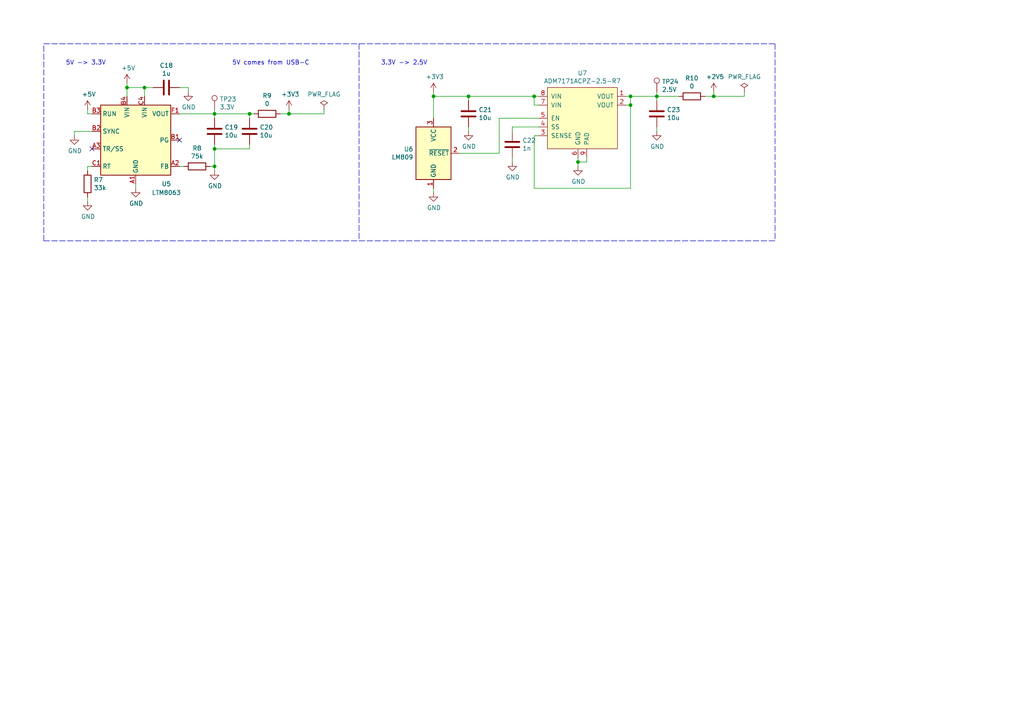
<source format=kicad_sch>
(kicad_sch (version 20211123) (generator eeschema)
  (paper "A4")
  (title_block (title "Power") (date "2022-02-28"))
  (lib_symbols
    (symbol "ADM7171:ADM7171ACPZ-2.5-R7" (pin_names (offset 1.016))
      (property "Reference" "U" (at 7.62 12.7 0))
      (property "Value" "ADM7171ACPZ-2.5-R7" (at 1.27 10.16 0))
      (symbol "ADM7171ACPZ-2.5-R7_0_1"
        (rectangle (start -10.16 8.89) (end 10.16 -8.89) (fill (type background)))
      )
      (symbol "ADM7171ACPZ-2.5-R7_1_1"
        (pin power_out line (at 12.7 6.35 180) (length 2.54) (name "VOUT") (number "1"))
        (pin passive line (at 12.7 3.81 180) (length 2.54) (name "VOUT") (number "2"))
        (pin input line (at -12.7 -5.08 0) (length 2.54) (name "SENSE") (number "3"))
        (pin input line (at -12.7 -2.54 0) (length 2.54) (name "SS") (number "4"))
        (pin input line (at -12.7 0 0) (length 2.54) (name "EN") (number "5"))
        (pin power_in line (at -1.27 -11.43 90) (length 2.54) (name "GND") (number "6"))
        (pin power_in line (at -12.7 3.81 0) (length 2.54) (name "VIN") (number "7"))
        (pin power_in line (at -12.7 6.35 0) (length 2.54) (name "VIN") (number "8"))
        (pin power_in line (at 1.27 -11.43 90) (length 2.54) (name "PAD") (number "9"))
      )
    )
    (symbol "Connector:TestPoint" (pin_numbers hide) (pin_names (offset 0.762) hide)
      (property "Reference" "TP" (at 0 6.858 0))
      (property "Value" "Connector_TestPoint" (at 0 5.08 0))
      (symbol "TestPoint_0_1"
        (circle (center 0 3.302) (radius 0.762))
      )
      (symbol "TestPoint_1_1"
        (pin passive line (at 0 0 90) (length 2.54) (name "1") (number "1"))
      )
    )
    (symbol "Device:C" (pin_numbers hide) (pin_names (offset 0.254))
      (property "Reference" "C" (at 0.635 2.54 0))
      (property "Value" "Device_C" (at 0.635 -2.54 0))
      (symbol "C_0_1"
        (polyline (pts (xy -2.032 -0.762) (xy 2.032 -0.762)) (stroke (width 0.508)))
        (polyline (pts (xy -2.032 0.762) (xy 2.032 0.762)) (stroke (width 0.508)))
      )
      (symbol "C_1_1"
        (pin passive line (at 0 3.81 270) (length 2.794) (name "~") (number "1"))
        (pin passive line (at 0 -3.81 90) (length 2.794) (name "~") (number "2"))
      )
    )
    (symbol "Device:R" (pin_numbers hide) (pin_names (offset 0))
      (property "Reference" "R" (at 2.032 0 90))
      (property "Value" "Device_R" (at 0 0 90))
      (symbol "R_0_1"
        (rectangle (start -1.016 -2.54) (end 1.016 2.54) (stroke (width 0.254)))
      )
      (symbol "R_1_1"
        (pin passive line (at 0 3.81 270) (length 1.27) (name "~") (number "1"))
        (pin passive line (at 0 -3.81 90) (length 1.27) (name "~") (number "2"))
      )
    )
    (symbol "Power_Supervisor:LM809"
      (property "Reference" "U" (at 2.54 12.7 0))
      (property "Value" "Power_Supervisor_LM809" (at 5.08 10.16 0))
      (symbol "LM809_0_1"
        (rectangle (start 5.08 7.62) (end -5.08 -7.62) (stroke (width 0.254)) (fill (type background)))
      )
      (symbol "LM809_1_1"
        (pin power_in line (at 0 -10.16 90) (length 2.54) (name "GND") (number "1"))
        (pin output line (at 7.62 0 180) (length 2.54) (name "~{RESET}") (number "2"))
        (pin power_in line (at 0 10.16 270) (length 2.54) (name "VCC") (number "3"))
      )
    )
    (symbol "Regulator_Switching:LTM8063"
      (property "Reference" "U" (at -8.89 11.43 0))
      (property "Value" "Regulator_Switching_LTM8063" (at 8.89 11.43 0))
      (symbol "LTM8063_0_1"
        (rectangle (start 10.16 10.16) (end -10.16 -10.16) (stroke (width 0.254)) (fill (type background)))
      )
      (symbol "LTM8063_1_1"
        (pin power_in line (at 0 -12.7 90) (length 2.54) (name "GND") (number "A1"))
        (pin input line (at 12.7 -7.62 180) (length 2.54) (name "FB") (number "A2"))
        (pin input line (at -12.7 -2.54 0) (length 2.54) (name "TR/SS") (number "A3"))
        (pin passive line (at 0 -12.7 90) (length 2.54) hide (name "GND") (number "A4"))
        (pin open_collector line (at 12.7 0 180) (length 2.54) (name "PG") (number "B1"))
        (pin input line (at -12.7 2.54 0) (length 2.54) (name "SYNC") (number "B2"))
        (pin input line (at -12.7 7.62 0) (length 2.54) (name "RUN") (number "B3"))
        (pin power_in line (at -2.54 12.7 270) (length 2.54) (name "VIN") (number "B4"))
        (pin input line (at -12.7 -7.62 0) (length 2.54) (name "RT") (number "C1"))
        (pin passive line (at 0 -12.7 90) (length 2.54) hide (name "GND") (number "C2"))
        (pin passive line (at 0 -12.7 90) (length 2.54) hide (name "GND") (number "C3"))
        (pin power_in line (at 2.54 12.7 270) (length 2.54) (name "VIN") (number "C4"))
        (pin passive line (at 0 -12.7 90) (length 2.54) hide (name "GND") (number "D1"))
        (pin passive line (at 0 -12.7 90) (length 2.54) hide (name "GND") (number "D2"))
        (pin passive line (at 0 -12.7 90) (length 2.54) hide (name "GND") (number "D3"))
        (pin passive line (at 0 -12.7 90) (length 2.54) hide (name "GND") (number "D4"))
        (pin passive line (at 0 -12.7 90) (length 2.54) hide (name "GND") (number "E1"))
        (pin passive line (at 0 -12.7 90) (length 2.54) hide (name "GND") (number "E2"))
        (pin passive line (at 0 -12.7 90) (length 2.54) hide (name "GND") (number "E3"))
        (pin passive line (at 0 -12.7 90) (length 2.54) hide (name "GND") (number "E4"))
        (pin power_out line (at 12.7 7.62 180) (length 2.54) (name "VOUT") (number "F1"))
        (pin passive line (at 12.7 7.62 180) (length 2.54) hide (name "VOUT") (number "F2"))
        (pin passive line (at 12.7 7.62 180) (length 2.54) hide (name "VOUT") (number "F3"))
        (pin passive line (at 12.7 7.62 180) (length 2.54) hide (name "VOUT") (number "F4"))
        (pin passive line (at 12.7 7.62 180) (length 2.54) hide (name "VOUT") (number "G1"))
        (pin passive line (at 12.7 7.62 180) (length 2.54) hide (name "VOUT") (number "G2"))
        (pin passive line (at 12.7 7.62 180) (length 2.54) hide (name "VOUT") (number "G3"))
        (pin passive line (at 12.7 7.62 180) (length 2.54) hide (name "VOUT") (number "G4"))
      )
    )
    (symbol "power:+2V5" (power) (pin_names (offset 0))
      (property "Value" "power_+2V5" (at 0 3.556 0))
      (symbol "+2V5_0_1"
        (polyline (pts (xy -0.762 1.27) (xy 0 2.54)))
        (polyline (pts (xy 0 0) (xy 0 2.54)))
        (polyline (pts (xy 0 2.54) (xy 0.762 1.27)))
      )
      (symbol "+2V5_1_1"
        (pin power_in line (at 0 0 90) (length 0) hide (name "+2V5") (number "1"))
      )
    )
    (symbol "power:+3.3V" (power) (pin_names (offset 0))
      (property "Value" "power_+3.3V" (at 0 3.556 0))
      (symbol "+3.3V_0_1"
        (polyline (pts (xy -0.762 1.27) (xy 0 2.54)))
        (polyline (pts (xy 0 0) (xy 0 2.54)))
        (polyline (pts (xy 0 2.54) (xy 0.762 1.27)))
      )
      (symbol "+3.3V_1_1"
        (pin power_in line (at 0 0 90) (length 0) hide (name "+3V3") (number "1"))
      )
    )
    (symbol "power:+5V" (power) (pin_names (offset 0))
      (property "Value" "power_+5V" (at 0 3.556 0))
      (symbol "+5V_0_1"
        (polyline (pts (xy -0.762 1.27) (xy 0 2.54)))
        (polyline (pts (xy 0 0) (xy 0 2.54)))
        (polyline (pts (xy 0 2.54) (xy 0.762 1.27)))
      )
      (symbol "+5V_1_1"
        (pin power_in line (at 0 0 90) (length 0) hide (name "+5V") (number "1"))
      )
    )
    (symbol "power:GND" (power) (pin_names (offset 0))
      (property "Value" "power_GND" (at 0 -3.81 0))
      (symbol "GND_0_1"
        (polyline (pts (xy 0 0) (xy 0 -1.27) (xy 1.27 -1.27) (xy 0 -2.54) (xy -1.27 -1.27) (xy 0 -1.27)))
      )
      (symbol "GND_1_1"
        (pin power_in line (at 0 0 270) (length 0) hide (name "GND") (number "1"))
      )
    )
    (symbol "power:PWR_FLAG" (power) (pin_numbers hide) (pin_names (offset 0) hide)
      (property "Value" "power_PWR_FLAG" (at 0 3.81 0))
      (symbol "PWR_FLAG_0_0"
        (pin power_out line (at 0 0 90) (length 0) (name "pwr") (number "1"))
      )
      (symbol "PWR_FLAG_0_1"
        (polyline (pts (xy 0 0) (xy 0 1.27) (xy -1.016 1.905) (xy 0 2.54) (xy 1.016 1.905) (xy 0 1.27)))
      )
    )
  )
  (junction (at 125.73 27.94))
  (junction (at 182.88 30.48))
  (junction (at 207.01 27.94))
  (junction (at 72.39 33.02))
  (junction (at 83.82 33.02))
  (junction (at 62.23 43.18))
  (junction (at 41.91 25.4))
  (junction (at 135.89 27.94))
  (junction (at 62.23 33.02))
  (junction (at 167.64 46.99))
  (junction (at 62.23 48.26))
  (junction (at 190.5 27.94))
  (junction (at 182.88 27.94))
  (junction (at 154.94 27.94))
  (junction (at 36.83 25.4))
  (no_connect (at 52.07 40.64))
  (no_connect (at 26.67 43.18))
  (wire (pts (xy 62.23 31.75) (xy 62.23 33.02)))
  (wire (pts (xy 215.9 26.67) (xy 215.9 27.94)))
  (wire (pts (xy 62.23 33.02) (xy 52.07 33.02)))
  (wire (pts (xy 25.4 58.42) (xy 25.4 57.15)))
  (wire (pts (xy 190.5 27.94) (xy 182.88 27.94)))
  (wire (pts (xy 190.5 27.94) (xy 190.5 26.67)))
  (wire (pts (xy 156.21 36.83) (xy 148.59 36.83)))
  (wire (pts (xy 52.07 25.4) (xy 54.61 25.4)))
  (wire (pts (xy 54.61 25.4) (xy 54.61 26.67)))
  (wire (pts (xy 154.94 30.48) (xy 154.94 27.94)))
  (wire (pts (xy 93.98 31.75) (xy 93.98 33.02)))
  (wire (pts (xy 83.82 33.02) (xy 81.28 33.02)))
  (wire (pts (xy 154.94 27.94) (xy 156.21 27.94)))
  (wire (pts (xy 182.88 30.48) (xy 182.88 54.61)))
  (wire (pts (xy 182.88 30.48) (xy 181.61 30.48)))
  (wire (pts (xy 41.91 25.4) (xy 41.91 27.94)))
  (wire (pts (xy 154.94 54.61) (xy 154.94 39.37)))
  (wire (pts (xy 26.67 48.26) (xy 25.4 48.26)))
  (wire (pts (xy 133.35 44.45) (xy 144.78 44.45)))
  (wire (pts (xy 62.23 48.26) (xy 62.23 43.18)))
  (wire (pts (xy 148.59 36.83) (xy 148.59 38.1)))
  (wire (pts (xy 125.73 27.94) (xy 135.89 27.94)))
  (wire (pts (xy 62.23 34.29) (xy 62.23 33.02)))
  (wire (pts (xy 25.4 31.75) (xy 25.4 33.02)))
  (wire (pts (xy 125.73 27.94) (xy 125.73 34.29)))
  (polyline (pts (xy 12.7 12.7) (xy 224.79 12.7)))
  (wire (pts (xy 135.89 29.21) (xy 135.89 27.94)))
  (wire (pts (xy 135.89 27.94) (xy 154.94 27.94)))
  (wire (pts (xy 207.01 26.67) (xy 207.01 27.94)))
  (wire (pts (xy 182.88 54.61) (xy 154.94 54.61)))
  (wire (pts (xy 125.73 26.67) (xy 125.73 27.94)))
  (wire (pts (xy 39.37 54.61) (xy 39.37 53.34)))
  (polyline (pts (xy 224.79 12.7) (xy 224.79 69.85)))
  (wire (pts (xy 25.4 33.02) (xy 26.67 33.02)))
  (wire (pts (xy 25.4 48.26) (xy 25.4 49.53)))
  (wire (pts (xy 36.83 25.4) (xy 41.91 25.4)))
  (wire (pts (xy 167.64 46.99) (xy 167.64 45.72)))
  (wire (pts (xy 190.5 29.21) (xy 190.5 27.94)))
  (wire (pts (xy 182.88 27.94) (xy 182.88 30.48)))
  (wire (pts (xy 215.9 27.94) (xy 207.01 27.94)))
  (wire (pts (xy 170.18 46.99) (xy 170.18 45.72)))
  (polyline (pts (xy 104.14 12.7) (xy 104.14 69.85)))
  (wire (pts (xy 144.78 34.29) (xy 156.21 34.29)))
  (polyline (pts (xy 12.7 69.85) (xy 12.7 12.7)))
  (wire (pts (xy 135.89 38.1) (xy 135.89 36.83)))
  (wire (pts (xy 62.23 33.02) (xy 72.39 33.02)))
  (wire (pts (xy 73.66 33.02) (xy 72.39 33.02)))
  (wire (pts (xy 72.39 41.91) (xy 72.39 43.18)))
  (wire (pts (xy 93.98 33.02) (xy 83.82 33.02)))
  (wire (pts (xy 72.39 33.02) (xy 72.39 34.29)))
  (wire (pts (xy 196.85 27.94) (xy 190.5 27.94)))
  (wire (pts (xy 207.01 27.94) (xy 204.47 27.94)))
  (wire (pts (xy 41.91 25.4) (xy 44.45 25.4)))
  (wire (pts (xy 60.96 48.26) (xy 62.23 48.26)))
  (wire (pts (xy 62.23 49.53) (xy 62.23 48.26)))
  (wire (pts (xy 148.59 46.99) (xy 148.59 45.72)))
  (wire (pts (xy 144.78 44.45) (xy 144.78 34.29)))
  (wire (pts (xy 190.5 38.1) (xy 190.5 36.83)))
  (wire (pts (xy 53.34 48.26) (xy 52.07 48.26)))
  (wire (pts (xy 154.94 39.37) (xy 156.21 39.37)))
  (wire (pts (xy 21.59 38.1) (xy 21.59 39.37)))
  (wire (pts (xy 156.21 30.48) (xy 154.94 30.48)))
  (wire (pts (xy 36.83 25.4) (xy 36.83 27.94)))
  (wire (pts (xy 62.23 43.18) (xy 62.23 41.91)))
  (wire (pts (xy 181.61 27.94) (xy 182.88 27.94)))
  (wire (pts (xy 125.73 55.88) (xy 125.73 54.61)))
  (wire (pts (xy 36.83 24.13) (xy 36.83 25.4)))
  (polyline (pts (xy 12.7 69.85) (xy 224.79 69.85)))
  (wire (pts (xy 26.67 38.1) (xy 21.59 38.1)))
  (wire (pts (xy 72.39 43.18) (xy 62.23 43.18)))
  (wire (pts (xy 83.82 31.75) (xy 83.82 33.02)))
  (wire (pts (xy 167.64 46.99) (xy 170.18 46.99)))
  (wire (pts (xy 167.64 48.26) (xy 167.64 46.99)))
  (text "3.3V -> 2.5V" (at 110.49 19.05 0) (effects (font (size 1.27 1.27)) (justify left bottom)))
  (text "5V -> 3.3V\n" (at 19.05 19.05 0) (effects (font (size 1.27 1.27)) (justify left bottom)))
  (text "5V comes from USB-C" (at 67.31 19.05 0) (effects (font (size 1.27 1.27)) (justify left bottom)))
  (symbol (lib_id "power:+5V") (at 36.83 24.13 0) (unit 1)
    (property "Reference" "#PWR062" (effects hide))
    (property "Value" "+5V" (at 37.211 19.7358 0))
  )
  (symbol (lib_id "power:+3.3V") (at 125.73 26.67 0) (unit 1)
    (property "Reference" "#PWR067" (effects hide))
    (property "Value" "+3.3V" (at 126.111 22.2758 0))
  )
  (symbol (lib_id "power:+2V5") (at 207.01 26.67 0) (unit 1)
    (property "Reference" "#PWR073" (effects hide))
    (property "Value" "+2V5" (at 207.391 22.2758 0))
  )
  (symbol (lib_id "Regulator_Switching:LTM8063") (at 39.37 40.64 0) (unit 1)
    (property "Reference" "U5" (at 48.26 53.34 0))
    (property "Value" "LTM8063" (at 48.26 55.88 0))
    (property "Footprint" "Package_BGA:Analog_BGA-28_4.0x6.25mm_Layout4x7_P0.8mm_Ball0.45mm_Pad0.4" (effects hide))
    (property "Datasheet" "https://www.analog.com/media/en/technical-documentation/data-sheets/8063fa.pdf" (effects hide))
    (property "Lieferant" "Mouser" (effects hide))
    (property "Bestellnummer" "584-LTM8063EYPBF" (effects hide))
  )
  (symbol (lib_id "Device:C") (at 62.23 38.1 0) (unit 1)
    (property "Reference" "C19" (at 65.151 36.9316 0) (effects (justify left)))
    (property "Value" "10u" (at 65.151 39.243 0) (effects (justify left)))
    (property "Footprint" "Capacitor_SMD:C_0603_1608Metric" (effects hide))
  )
  (symbol (lib_id "Device:R") (at 77.47 33.02 270) (unit 1)
    (property "Reference" "R9" (at 77.47 27.7622 90))
    (property "Value" "0" (at 77.47 30.0736 90))
    (property "Footprint" "Resistor_SMD:R_1206_3216Metric" (effects hide))
  )
  (symbol (lib_id "Device:R") (at 57.15 48.26 270) (unit 1)
    (property "Reference" "R8" (at 57.15 43.0022 90))
    (property "Value" "75k" (at 57.15 45.3136 90))
    (property "Footprint" "Resistor_SMD:R_0603_1608Metric" (effects hide))
  )
  (symbol (lib_id "Device:C") (at 72.39 38.1 0) (unit 1)
    (property "Reference" "C20" (at 75.311 36.9316 0) (effects (justify left)))
    (property "Value" "10u" (at 75.311 39.243 0) (effects (justify left)))
    (property "Footprint" "Capacitor_SMD:C_0603_1608Metric" (effects hide))
  )
  (symbol (lib_id "Device:C") (at 48.26 25.4 270) (unit 1)
    (property "Reference" "C18" (at 48.26 18.9992 90))
    (property "Value" "1u" (at 48.26 21.3106 90))
    (property "Footprint" "Capacitor_SMD:C_0603_1608Metric" (effects hide))
  )
  (symbol (lib_id "power:+5V") (at 25.4 31.75 0) (unit 1)
    (property "Reference" "#PWR060" (effects hide))
    (property "Value" "+5V" (at 25.781 27.3558 0))
  )
  (symbol (lib_id "power:GND") (at 39.37 54.61 0) (unit 1)
    (property "Reference" "#PWR063" (effects hide))
    (property "Value" "GND" (at 39.497 59.0042 0))
  )
  (symbol (lib_id "power:GND") (at 21.59 39.37 0) (unit 1)
    (property "Reference" "#PWR059" (effects hide))
    (property "Value" "GND" (at 21.717 43.7642 0))
  )
  (symbol (lib_id "Device:R") (at 25.4 53.34 0) (unit 1)
    (property "Reference" "R7" (at 27.178 52.1716 0) (effects (justify left)))
    (property "Value" "33k" (at 27.178 54.483 0) (effects (justify left)))
    (property "Footprint" "Resistor_SMD:R_0603_1608Metric" (effects hide))
  )
  (symbol (lib_id "power:GND") (at 25.4 58.42 0) (unit 1)
    (property "Reference" "#PWR061" (effects hide))
    (property "Value" "GND" (at 25.527 62.8142 0))
  )
  (symbol (lib_id "power:GND") (at 62.23 49.53 0) (unit 1)
    (property "Reference" "#PWR065" (effects hide))
    (property "Value" "GND" (at 62.357 53.9242 0))
  )
  (symbol (lib_id "Connector:TestPoint") (at 62.23 31.75 0) (unit 1)
    (property "Reference" "TP23" (at 63.7032 28.7528 0) (effects (justify left)))
    (property "Value" "3.3V" (at 63.7032 31.0642 0) (effects (justify left)))
    (property "Footprint" "TestPoint:TestPoint_THTPad_D1.5mm_Drill0.7mm" (effects hide))
  )
  (symbol (lib_id "power:GND") (at 54.61 26.67 0) (unit 1)
    (property "Reference" "#PWR064" (effects hide))
    (property "Value" "GND" (at 54.737 31.0642 0))
  )
  (symbol (lib_id "power:+3.3V") (at 83.82 31.75 0) (unit 1)
    (property "Reference" "#PWR066" (effects hide))
    (property "Value" "+3.3V" (at 84.201 27.3558 0))
  )
  (symbol (lib_id "power:PWR_FLAG") (at 93.98 31.75 0) (unit 1)
    (property "Reference" "#FLG05" (effects hide))
    (property "Value" "PWR_FLAG" (at 93.98 27.3558 0))
  )
  (symbol (lib_id "ADM7171:ADM7171ACPZ-2.5-R7") (at 168.91 34.29 0) (unit 1)
    (property "Reference" "U7" (at 168.91 21.209 0))
    (property "Value" "ADM7171ACPZ-2.5-R7" (at 168.91 23.5204 0))
    (property "Footprint" "Package_CSP:LFCSP-8-1EP_3x3mm_P0.5mm_EP1.45x1.74mm" (effects hide))
    (property "Datasheet" "https://www.mouser.ch/datasheet/2/609/adm7171-1503257.pdf" (effects hide))
    (property "Lieferant" "Mouser" (effects hide))
    (property "Bestellnummer" "584-ADM7171ACPZ2.5R7" (effects hide))
  )
  (symbol (lib_id "Device:C") (at 190.5 33.02 0) (unit 1)
    (property "Reference" "C23" (at 193.421 31.8516 0) (effects (justify left)))
    (property "Value" "10u" (at 193.421 34.163 0) (effects (justify left)))
    (property "Footprint" "Capacitor_SMD:C_0603_1608Metric" (effects hide))
  )
  (symbol (lib_id "power:GND") (at 167.64 48.26 0) (unit 1)
    (property "Reference" "#PWR071" (effects hide))
    (property "Value" "GND" (at 167.767 52.6542 0))
  )
  (symbol (lib_id "Device:C") (at 148.59 41.91 0) (unit 1)
    (property "Reference" "C22" (at 151.511 40.7416 0) (effects (justify left)))
    (property "Value" "1n" (at 151.511 43.053 0) (effects (justify left)))
    (property "Footprint" "Capacitor_SMD:C_0603_1608Metric" (effects hide))
  )
  (symbol (lib_id "power:GND") (at 148.59 46.99 0) (unit 1)
    (property "Reference" "#PWR070" (effects hide))
    (property "Value" "GND" (at 148.717 51.3842 0))
  )
  (symbol (lib_id "Device:C") (at 135.89 33.02 0) (unit 1)
    (property "Reference" "C21" (at 138.811 31.8516 0) (effects (justify left)))
    (property "Value" "10u" (at 138.811 34.163 0) (effects (justify left)))
    (property "Footprint" "Capacitor_SMD:C_0603_1608Metric" (effects hide))
  )
  (symbol (lib_id "Power_Supervisor:LM809") (at 125.73 44.45 0) (unit 1)
    (property "Reference" "U6" (at 119.888 43.2816 0) (effects (justify right)))
    (property "Value" "LM809" (at 119.888 45.593 0) (effects (justify right)))
    (property "Footprint" "Package_TO_SOT_SMD:SOT-23" (effects hide))
    (property "Datasheet" "http://www.ti.com/lit/ds/symlink/lm809.pdf" (effects hide))
    (property "Lieferant" "Mouser" (effects hide))
    (property "Bestellnummer" "926-LM809M3-3.08NOPB" (effects hide))
  )
  (symbol (lib_id "power:GND") (at 135.89 38.1 0) (unit 1)
    (property "Reference" "#PWR069" (effects hide))
    (property "Value" "GND" (at 136.017 42.4942 0))
  )
  (symbol (lib_id "power:GND") (at 125.73 55.88 0) (unit 1)
    (property "Reference" "#PWR068" (effects hide))
    (property "Value" "GND" (at 125.857 60.2742 0))
  )
  (symbol (lib_id "Device:R") (at 200.66 27.94 270) (unit 1)
    (property "Reference" "R10" (at 200.66 22.6822 90))
    (property "Value" "0" (at 200.66 24.9936 90))
    (property "Footprint" "Resistor_SMD:R_0603_1608Metric" (effects hide))
  )
  (symbol (lib_id "Connector:TestPoint") (at 190.5 26.67 0) (unit 1)
    (property "Reference" "TP24" (at 191.9732 23.6728 0) (effects (justify left)))
    (property "Value" "2.5V" (at 191.9732 25.9842 0) (effects (justify left)))
    (property "Footprint" "TestPoint:TestPoint_THTPad_D1.5mm_Drill0.7mm" (effects hide))
  )
  (symbol (lib_id "power:PWR_FLAG") (at 215.9 26.67 0) (unit 1)
    (property "Reference" "#FLG06" (effects hide))
    (property "Value" "PWR_FLAG" (at 215.9 22.2758 0))
  )
  (symbol (lib_id "power:GND") (at 190.5 38.1 0) (unit 1)
    (property "Reference" "#PWR072" (effects hide))
    (property "Value" "GND" (at 190.627 42.4942 0))
  )
)
</source>
